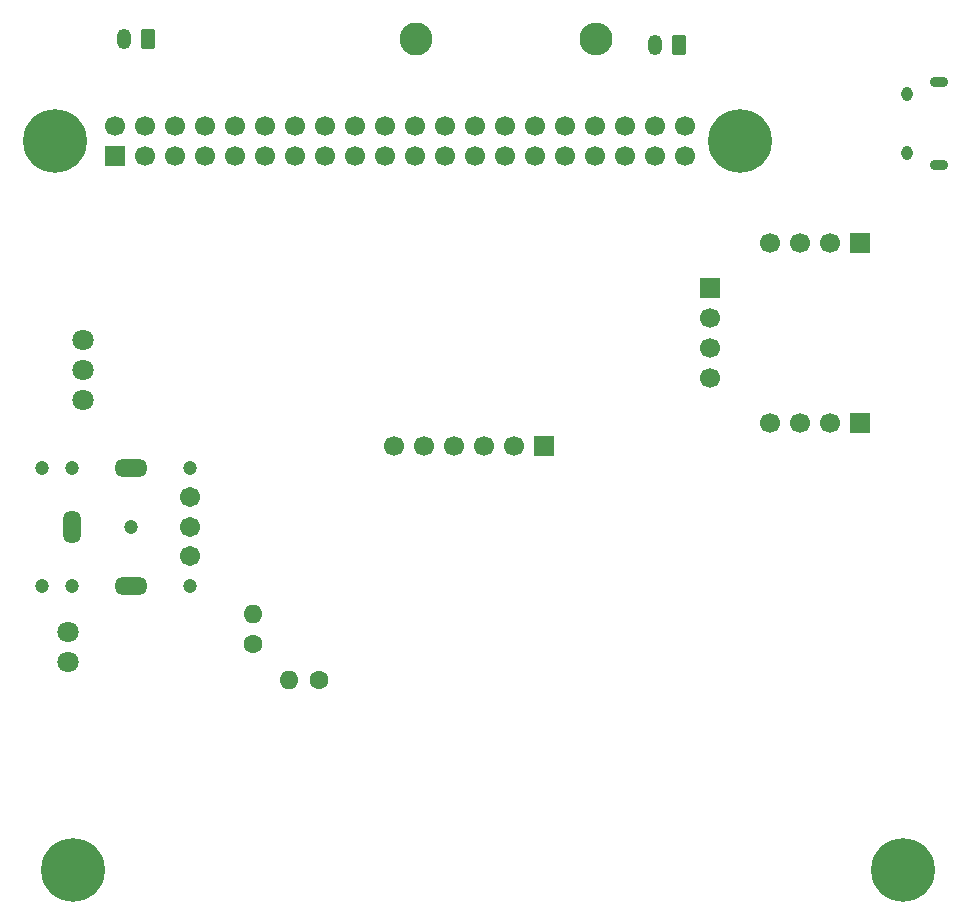
<source format=gbr>
%TF.GenerationSoftware,KiCad,Pcbnew,9.0.1*%
%TF.CreationDate,2025-11-07T15:46:44-06:00*%
%TF.ProjectId,cubesat Sim board,63756265-7361-4742-9053-696d20626f61,rev?*%
%TF.SameCoordinates,Original*%
%TF.FileFunction,Soldermask,Bot*%
%TF.FilePolarity,Negative*%
%FSLAX46Y46*%
G04 Gerber Fmt 4.6, Leading zero omitted, Abs format (unit mm)*
G04 Created by KiCad (PCBNEW 9.0.1) date 2025-11-07 15:46:44*
%MOMM*%
%LPD*%
G01*
G04 APERTURE LIST*
G04 Aperture macros list*
%AMRoundRect*
0 Rectangle with rounded corners*
0 $1 Rounding radius*
0 $2 $3 $4 $5 $6 $7 $8 $9 X,Y pos of 4 corners*
0 Add a 4 corners polygon primitive as box body*
4,1,4,$2,$3,$4,$5,$6,$7,$8,$9,$2,$3,0*
0 Add four circle primitives for the rounded corners*
1,1,$1+$1,$2,$3*
1,1,$1+$1,$4,$5*
1,1,$1+$1,$6,$7*
1,1,$1+$1,$8,$9*
0 Add four rect primitives between the rounded corners*
20,1,$1+$1,$2,$3,$4,$5,0*
20,1,$1+$1,$4,$5,$6,$7,0*
20,1,$1+$1,$6,$7,$8,$9,0*
20,1,$1+$1,$8,$9,$2,$3,0*%
G04 Aperture macros list end*
%ADD10C,2.800000*%
%ADD11O,2.800000X2.800000*%
%ADD12C,5.400000*%
%ADD13C,1.803400*%
%ADD14O,1.550000X0.890000*%
%ADD15O,0.950000X1.250000*%
%ADD16C,1.600000*%
%ADD17O,1.600000X1.600000*%
%ADD18C,1.700000*%
%ADD19R,1.700000X1.700000*%
%ADD20RoundRect,0.250000X0.350000X0.625000X-0.350000X0.625000X-0.350000X-0.625000X0.350000X-0.625000X0*%
%ADD21O,1.200000X1.750000*%
%ADD22C,1.200000*%
%ADD23O,1.512000X2.820000*%
%ADD24O,2.820000X1.512000*%
%ADD25C,1.712000*%
G04 APERTURE END LIST*
D10*
%TO.C,R3*%
X149453600Y-53898800D03*
D11*
X164693600Y-53898800D03*
%TD*%
D12*
%TO.C,REF\u002A\u002A*%
X176885600Y-62560200D03*
%TD*%
%TO.C,*%
X120389808Y-124285359D03*
%TD*%
D13*
%TO.C,J1*%
X120015000Y-104140000D03*
X120015000Y-106680000D03*
%TD*%
D14*
%TO.C,J10*%
X193708000Y-64564000D03*
D15*
X191008000Y-63564000D03*
X191008000Y-58564000D03*
D14*
X193708000Y-57564000D03*
%TD*%
D16*
%TO.C,R1*%
X135636000Y-105185000D03*
D17*
X135636000Y-102645000D03*
%TD*%
D16*
%TO.C,R2*%
X141253000Y-108204000D03*
D17*
X138713000Y-108204000D03*
%TD*%
D18*
%TO.C,J5*%
X157734000Y-88392000D03*
X155194000Y-88392000D03*
X152654000Y-88392000D03*
D19*
X160274000Y-88392000D03*
D18*
X147574000Y-88392000D03*
X150114000Y-88392000D03*
%TD*%
D13*
%TO.C,J6*%
X121285000Y-79375000D03*
X121285000Y-81915000D03*
X121285000Y-84455000D03*
%TD*%
D20*
%TO.C,J4*%
X126730000Y-53890000D03*
D21*
X124730000Y-53890000D03*
%TD*%
D12*
%TO.C,*%
X190666930Y-124286700D03*
%TD*%
D22*
%TO.C,X1*%
X117802000Y-90210000D03*
X117802000Y-100210000D03*
X120302000Y-90210000D03*
X120302000Y-100210000D03*
X125302000Y-95210000D03*
X130302000Y-90210000D03*
X130302000Y-100210000D03*
D23*
X120302000Y-95210000D03*
D24*
X125302000Y-100210000D03*
X125302000Y-90210000D03*
D25*
X130302000Y-92710000D03*
X130302000Y-95210000D03*
X130302000Y-97710000D03*
%TD*%
D20*
%TO.C,J3*%
X171688000Y-54398000D03*
D21*
X169688000Y-54398000D03*
%TD*%
D18*
%TO.C,J8*%
X184531000Y-86448000D03*
X181991000Y-86448000D03*
X179451000Y-86448000D03*
D19*
X187071000Y-86448000D03*
%TD*%
D18*
%TO.C,J9*%
X184531000Y-71208000D03*
X181991000Y-71208000D03*
X179451000Y-71208000D03*
D19*
X187071000Y-71208000D03*
%TD*%
D12*
%TO.C,*%
X118887040Y-62558600D03*
%TD*%
D18*
%TO.C,J7*%
X174371000Y-77558000D03*
X174371000Y-80098000D03*
X174371000Y-82638000D03*
D19*
X174371000Y-75018000D03*
%TD*%
%TO.C,J2*%
X123926600Y-63830200D03*
D18*
X123926600Y-61290200D03*
X126466600Y-63830200D03*
X126466600Y-61290200D03*
X129006600Y-63830200D03*
X129006600Y-61290200D03*
X131546600Y-63830200D03*
X131546600Y-61290200D03*
X134086600Y-63830200D03*
X134086600Y-61290200D03*
X136626600Y-63830200D03*
X136626600Y-61290200D03*
X139166600Y-63830200D03*
X139166600Y-61290200D03*
X141706600Y-63830200D03*
X141706600Y-61290200D03*
X144246600Y-63830200D03*
X144246600Y-61290200D03*
X146786600Y-63830200D03*
X146786600Y-61290200D03*
X149326600Y-63830200D03*
X149326600Y-61290200D03*
X151866600Y-63830200D03*
X151866600Y-61290200D03*
X154406600Y-63830200D03*
X154406600Y-61290200D03*
X156946600Y-63830200D03*
X156946600Y-61290200D03*
X159486600Y-63830200D03*
X159486600Y-61290200D03*
X162026600Y-63830200D03*
X162026600Y-61290200D03*
X164566600Y-63830200D03*
X164566600Y-61290200D03*
X167106600Y-63830200D03*
X167106600Y-61290200D03*
X169646600Y-63830200D03*
X169646600Y-61290200D03*
X172186600Y-63830200D03*
X172186600Y-61290200D03*
%TD*%
M02*

</source>
